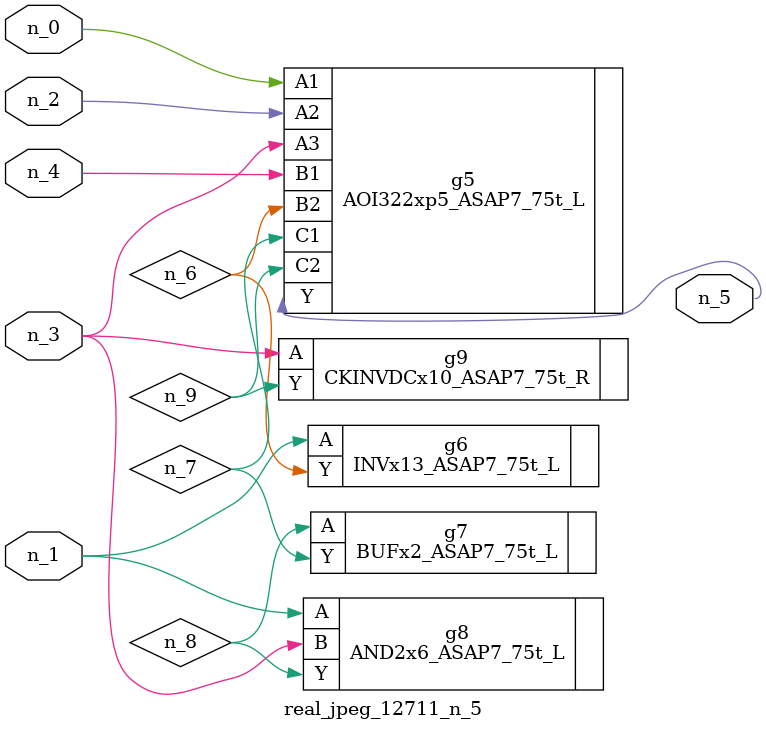
<source format=v>
module real_jpeg_12711_n_5 (n_4, n_0, n_1, n_2, n_3, n_5);

input n_4;
input n_0;
input n_1;
input n_2;
input n_3;

output n_5;

wire n_8;
wire n_6;
wire n_7;
wire n_9;

AOI322xp5_ASAP7_75t_L g5 ( 
.A1(n_0),
.A2(n_2),
.A3(n_3),
.B1(n_4),
.B2(n_6),
.C1(n_7),
.C2(n_9),
.Y(n_5)
);

INVx13_ASAP7_75t_L g6 ( 
.A(n_1),
.Y(n_6)
);

AND2x6_ASAP7_75t_L g8 ( 
.A(n_1),
.B(n_3),
.Y(n_8)
);

CKINVDCx10_ASAP7_75t_R g9 ( 
.A(n_3),
.Y(n_9)
);

BUFx2_ASAP7_75t_L g7 ( 
.A(n_8),
.Y(n_7)
);


endmodule
</source>
